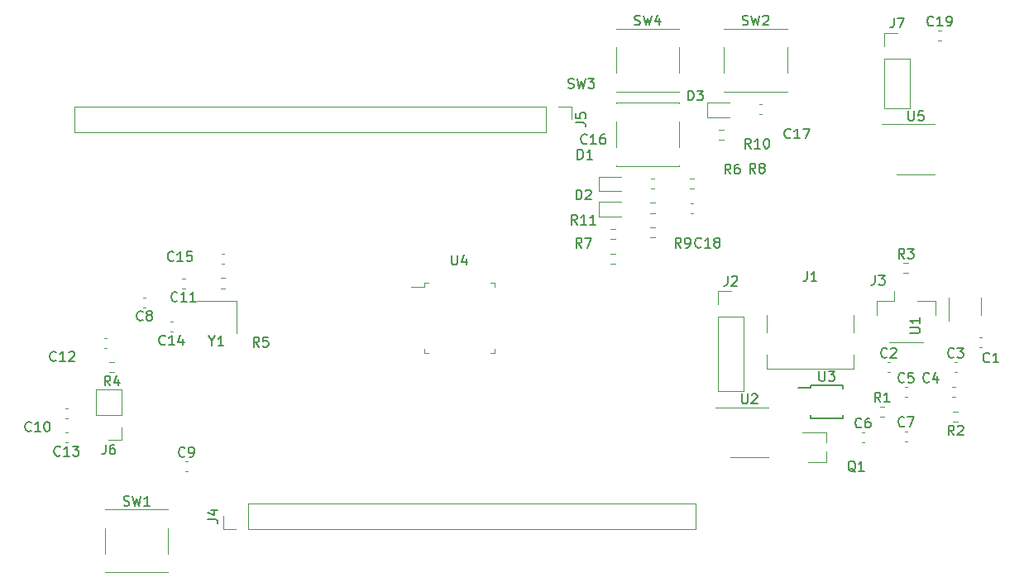
<source format=gbr>
%TF.GenerationSoftware,KiCad,Pcbnew,(6.0.7)*%
%TF.CreationDate,2022-10-09T18:35:24+08:00*%
%TF.ProjectId,DynamicX_1,44796e61-6d69-4635-985f-312e6b696361,rev?*%
%TF.SameCoordinates,Original*%
%TF.FileFunction,Legend,Top*%
%TF.FilePolarity,Positive*%
%FSLAX46Y46*%
G04 Gerber Fmt 4.6, Leading zero omitted, Abs format (unit mm)*
G04 Created by KiCad (PCBNEW (6.0.7)) date 2022-10-09 18:35:24*
%MOMM*%
%LPD*%
G01*
G04 APERTURE LIST*
%ADD10C,0.150000*%
%ADD11C,0.120000*%
G04 APERTURE END LIST*
D10*
%TO.C,SW3*%
X127983026Y-52658952D02*
X128125883Y-52706571D01*
X128363979Y-52706571D01*
X128459217Y-52658952D01*
X128506836Y-52611333D01*
X128554455Y-52516095D01*
X128554455Y-52420857D01*
X128506836Y-52325619D01*
X128459217Y-52278000D01*
X128363979Y-52230381D01*
X128173502Y-52182762D01*
X128078264Y-52135143D01*
X128030645Y-52087524D01*
X127983026Y-51992286D01*
X127983026Y-51897048D01*
X128030645Y-51801810D01*
X128078264Y-51754191D01*
X128173502Y-51706571D01*
X128411598Y-51706571D01*
X128554455Y-51754191D01*
X128887788Y-51706571D02*
X129125883Y-52706571D01*
X129316360Y-51992286D01*
X129506836Y-52706571D01*
X129744931Y-51706571D01*
X130030645Y-51706571D02*
X130649693Y-51706571D01*
X130316360Y-52087524D01*
X130459217Y-52087524D01*
X130554455Y-52135143D01*
X130602074Y-52182762D01*
X130649693Y-52278000D01*
X130649693Y-52516095D01*
X130602074Y-52611333D01*
X130554455Y-52658952D01*
X130459217Y-52706571D01*
X130173502Y-52706571D01*
X130078264Y-52658952D01*
X130030645Y-52611333D01*
%TO.C,R11*%
X128897142Y-66662380D02*
X128563809Y-66186190D01*
X128325714Y-66662380D02*
X128325714Y-65662380D01*
X128706666Y-65662380D01*
X128801904Y-65710000D01*
X128849523Y-65757619D01*
X128897142Y-65852857D01*
X128897142Y-65995714D01*
X128849523Y-66090952D01*
X128801904Y-66138571D01*
X128706666Y-66186190D01*
X128325714Y-66186190D01*
X129849523Y-66662380D02*
X129278095Y-66662380D01*
X129563809Y-66662380D02*
X129563809Y-65662380D01*
X129468571Y-65805238D01*
X129373333Y-65900476D01*
X129278095Y-65948095D01*
X130801904Y-66662380D02*
X130230476Y-66662380D01*
X130516190Y-66662380D02*
X130516190Y-65662380D01*
X130420952Y-65805238D01*
X130325714Y-65900476D01*
X130230476Y-65948095D01*
%TO.C,R3*%
X162393333Y-70142380D02*
X162060000Y-69666190D01*
X161821904Y-70142380D02*
X161821904Y-69142380D01*
X162202857Y-69142380D01*
X162298095Y-69190000D01*
X162345714Y-69237619D01*
X162393333Y-69332857D01*
X162393333Y-69475714D01*
X162345714Y-69570952D01*
X162298095Y-69618571D01*
X162202857Y-69666190D01*
X161821904Y-69666190D01*
X162726666Y-69142380D02*
X163345714Y-69142380D01*
X163012380Y-69523333D01*
X163155238Y-69523333D01*
X163250476Y-69570952D01*
X163298095Y-69618571D01*
X163345714Y-69713809D01*
X163345714Y-69951904D01*
X163298095Y-70047142D01*
X163250476Y-70094761D01*
X163155238Y-70142380D01*
X162869523Y-70142380D01*
X162774285Y-70094761D01*
X162726666Y-70047142D01*
%TO.C,C17*%
X150749836Y-57751316D02*
X150702217Y-57798935D01*
X150559360Y-57846554D01*
X150464122Y-57846554D01*
X150321265Y-57798935D01*
X150226027Y-57703697D01*
X150178408Y-57608459D01*
X150130789Y-57417983D01*
X150130789Y-57275126D01*
X150178408Y-57084650D01*
X150226027Y-56989412D01*
X150321265Y-56894174D01*
X150464122Y-56846554D01*
X150559360Y-56846554D01*
X150702217Y-56894174D01*
X150749836Y-56941793D01*
X151702217Y-57846554D02*
X151130789Y-57846554D01*
X151416503Y-57846554D02*
X151416503Y-56846554D01*
X151321265Y-56989412D01*
X151226027Y-57084650D01*
X151130789Y-57132269D01*
X152035551Y-56846554D02*
X152702217Y-56846554D01*
X152273646Y-57846554D01*
%TO.C,D3*%
X140254608Y-53942380D02*
X140254608Y-52942380D01*
X140492704Y-52942380D01*
X140635561Y-52990000D01*
X140730799Y-53085238D01*
X140778418Y-53180476D01*
X140826037Y-53370952D01*
X140826037Y-53513809D01*
X140778418Y-53704285D01*
X140730799Y-53799523D01*
X140635561Y-53894761D01*
X140492704Y-53942380D01*
X140254608Y-53942380D01*
X141159370Y-52942380D02*
X141778418Y-52942380D01*
X141445084Y-53323333D01*
X141587942Y-53323333D01*
X141683180Y-53370952D01*
X141730799Y-53418571D01*
X141778418Y-53513809D01*
X141778418Y-53751904D01*
X141730799Y-53847142D01*
X141683180Y-53894761D01*
X141587942Y-53942380D01*
X141302227Y-53942380D01*
X141206989Y-53894761D01*
X141159370Y-53847142D01*
%TO.C,Y1*%
X91533809Y-78586190D02*
X91533809Y-79062380D01*
X91200476Y-78062380D02*
X91533809Y-78586190D01*
X91867142Y-78062380D01*
X92724285Y-79062380D02*
X92152857Y-79062380D01*
X92438571Y-79062380D02*
X92438571Y-78062380D01*
X92343333Y-78205238D01*
X92248095Y-78300476D01*
X92152857Y-78348095D01*
%TO.C,J4*%
X91112380Y-96853333D02*
X91826666Y-96853333D01*
X91969523Y-96900952D01*
X92064761Y-96996190D01*
X92112380Y-97139047D01*
X92112380Y-97234285D01*
X91445714Y-95948571D02*
X92112380Y-95948571D01*
X91064761Y-96186666D02*
X91779047Y-96424761D01*
X91779047Y-95805714D01*
%TO.C,C16*%
X129907768Y-58310280D02*
X129860149Y-58357899D01*
X129717292Y-58405518D01*
X129622054Y-58405518D01*
X129479197Y-58357899D01*
X129383959Y-58262661D01*
X129336340Y-58167423D01*
X129288721Y-57976947D01*
X129288721Y-57834090D01*
X129336340Y-57643614D01*
X129383959Y-57548376D01*
X129479197Y-57453138D01*
X129622054Y-57405518D01*
X129717292Y-57405518D01*
X129860149Y-57453138D01*
X129907768Y-57500757D01*
X130860149Y-58405518D02*
X130288721Y-58405518D01*
X130574435Y-58405518D02*
X130574435Y-57405518D01*
X130479197Y-57548376D01*
X130383959Y-57643614D01*
X130288721Y-57691233D01*
X131717292Y-57405518D02*
X131526816Y-57405518D01*
X131431578Y-57453138D01*
X131383959Y-57500757D01*
X131288721Y-57643614D01*
X131241102Y-57834090D01*
X131241102Y-58215042D01*
X131288721Y-58310280D01*
X131336340Y-58357899D01*
X131431578Y-58405518D01*
X131622054Y-58405518D01*
X131717292Y-58357899D01*
X131764911Y-58310280D01*
X131812530Y-58215042D01*
X131812530Y-57976947D01*
X131764911Y-57881709D01*
X131717292Y-57834090D01*
X131622054Y-57786471D01*
X131431578Y-57786471D01*
X131336340Y-57834090D01*
X131288721Y-57881709D01*
X131241102Y-57976947D01*
%TO.C,U3*%
X153678095Y-81682380D02*
X153678095Y-82491904D01*
X153725714Y-82587142D01*
X153773333Y-82634761D01*
X153868571Y-82682380D01*
X154059047Y-82682380D01*
X154154285Y-82634761D01*
X154201904Y-82587142D01*
X154249523Y-82491904D01*
X154249523Y-81682380D01*
X154630476Y-81682380D02*
X155249523Y-81682380D01*
X154916190Y-82063333D01*
X155059047Y-82063333D01*
X155154285Y-82110952D01*
X155201904Y-82158571D01*
X155249523Y-82253809D01*
X155249523Y-82491904D01*
X155201904Y-82587142D01*
X155154285Y-82634761D01*
X155059047Y-82682380D01*
X154773333Y-82682380D01*
X154678095Y-82634761D01*
X154630476Y-82587142D01*
%TO.C,J7*%
X161336666Y-45492380D02*
X161336666Y-46206666D01*
X161289047Y-46349523D01*
X161193809Y-46444761D01*
X161050952Y-46492380D01*
X160955714Y-46492380D01*
X161717619Y-45492380D02*
X162384285Y-45492380D01*
X161955714Y-46492380D01*
%TO.C,J5*%
X128782380Y-56213333D02*
X129496666Y-56213333D01*
X129639523Y-56260952D01*
X129734761Y-56356190D01*
X129782380Y-56499047D01*
X129782380Y-56594285D01*
X128782380Y-55260952D02*
X128782380Y-55737142D01*
X129258571Y-55784761D01*
X129210952Y-55737142D01*
X129163333Y-55641904D01*
X129163333Y-55403809D01*
X129210952Y-55308571D01*
X129258571Y-55260952D01*
X129353809Y-55213333D01*
X129591904Y-55213333D01*
X129687142Y-55260952D01*
X129734761Y-55308571D01*
X129782380Y-55403809D01*
X129782380Y-55641904D01*
X129734761Y-55737142D01*
X129687142Y-55784761D01*
%TO.C,C2*%
X160628333Y-80207142D02*
X160580714Y-80254761D01*
X160437857Y-80302380D01*
X160342619Y-80302380D01*
X160199761Y-80254761D01*
X160104523Y-80159523D01*
X160056904Y-80064285D01*
X160009285Y-79873809D01*
X160009285Y-79730952D01*
X160056904Y-79540476D01*
X160104523Y-79445238D01*
X160199761Y-79350000D01*
X160342619Y-79302380D01*
X160437857Y-79302380D01*
X160580714Y-79350000D01*
X160628333Y-79397619D01*
X161009285Y-79397619D02*
X161056904Y-79350000D01*
X161152142Y-79302380D01*
X161390238Y-79302380D01*
X161485476Y-79350000D01*
X161533095Y-79397619D01*
X161580714Y-79492857D01*
X161580714Y-79588095D01*
X161533095Y-79730952D01*
X160961666Y-80302380D01*
X161580714Y-80302380D01*
%TO.C,Q1*%
X157384761Y-91987619D02*
X157289523Y-91940000D01*
X157194285Y-91844761D01*
X157051428Y-91701904D01*
X156956190Y-91654285D01*
X156860952Y-91654285D01*
X156908571Y-91892380D02*
X156813333Y-91844761D01*
X156718095Y-91749523D01*
X156670476Y-91559047D01*
X156670476Y-91225714D01*
X156718095Y-91035238D01*
X156813333Y-90940000D01*
X156908571Y-90892380D01*
X157099047Y-90892380D01*
X157194285Y-90940000D01*
X157289523Y-91035238D01*
X157337142Y-91225714D01*
X157337142Y-91559047D01*
X157289523Y-91749523D01*
X157194285Y-91844761D01*
X157099047Y-91892380D01*
X156908571Y-91892380D01*
X158289523Y-91892380D02*
X157718095Y-91892380D01*
X158003809Y-91892380D02*
X158003809Y-90892380D01*
X157908571Y-91035238D01*
X157813333Y-91130476D01*
X157718095Y-91178095D01*
%TO.C,C7*%
X162393333Y-87267142D02*
X162345714Y-87314761D01*
X162202857Y-87362380D01*
X162107619Y-87362380D01*
X161964761Y-87314761D01*
X161869523Y-87219523D01*
X161821904Y-87124285D01*
X161774285Y-86933809D01*
X161774285Y-86790952D01*
X161821904Y-86600476D01*
X161869523Y-86505238D01*
X161964761Y-86410000D01*
X162107619Y-86362380D01*
X162202857Y-86362380D01*
X162345714Y-86410000D01*
X162393333Y-86457619D01*
X162726666Y-86362380D02*
X163393333Y-86362380D01*
X162964761Y-87362380D01*
%TO.C,C18*%
X141597142Y-68937142D02*
X141549523Y-68984761D01*
X141406666Y-69032380D01*
X141311428Y-69032380D01*
X141168571Y-68984761D01*
X141073333Y-68889523D01*
X141025714Y-68794285D01*
X140978095Y-68603809D01*
X140978095Y-68460952D01*
X141025714Y-68270476D01*
X141073333Y-68175238D01*
X141168571Y-68080000D01*
X141311428Y-68032380D01*
X141406666Y-68032380D01*
X141549523Y-68080000D01*
X141597142Y-68127619D01*
X142549523Y-69032380D02*
X141978095Y-69032380D01*
X142263809Y-69032380D02*
X142263809Y-68032380D01*
X142168571Y-68175238D01*
X142073333Y-68270476D01*
X141978095Y-68318095D01*
X143120952Y-68460952D02*
X143025714Y-68413333D01*
X142978095Y-68365714D01*
X142930476Y-68270476D01*
X142930476Y-68222857D01*
X142978095Y-68127619D01*
X143025714Y-68080000D01*
X143120952Y-68032380D01*
X143311428Y-68032380D01*
X143406666Y-68080000D01*
X143454285Y-68127619D01*
X143501904Y-68222857D01*
X143501904Y-68270476D01*
X143454285Y-68365714D01*
X143406666Y-68413333D01*
X143311428Y-68460952D01*
X143120952Y-68460952D01*
X143025714Y-68508571D01*
X142978095Y-68556190D01*
X142930476Y-68651428D01*
X142930476Y-68841904D01*
X142978095Y-68937142D01*
X143025714Y-68984761D01*
X143120952Y-69032380D01*
X143311428Y-69032380D01*
X143406666Y-68984761D01*
X143454285Y-68937142D01*
X143501904Y-68841904D01*
X143501904Y-68651428D01*
X143454285Y-68556190D01*
X143406666Y-68508571D01*
X143311428Y-68460952D01*
%TO.C,R10*%
X146677142Y-58872380D02*
X146343809Y-58396190D01*
X146105714Y-58872380D02*
X146105714Y-57872380D01*
X146486666Y-57872380D01*
X146581904Y-57920000D01*
X146629523Y-57967619D01*
X146677142Y-58062857D01*
X146677142Y-58205714D01*
X146629523Y-58300952D01*
X146581904Y-58348571D01*
X146486666Y-58396190D01*
X146105714Y-58396190D01*
X147629523Y-58872380D02*
X147058095Y-58872380D01*
X147343809Y-58872380D02*
X147343809Y-57872380D01*
X147248571Y-58015238D01*
X147153333Y-58110476D01*
X147058095Y-58158095D01*
X148248571Y-57872380D02*
X148343809Y-57872380D01*
X148439047Y-57920000D01*
X148486666Y-57967619D01*
X148534285Y-58062857D01*
X148581904Y-58253333D01*
X148581904Y-58491428D01*
X148534285Y-58681904D01*
X148486666Y-58777142D01*
X148439047Y-58824761D01*
X148343809Y-58872380D01*
X148248571Y-58872380D01*
X148153333Y-58824761D01*
X148105714Y-58777142D01*
X148058095Y-58681904D01*
X148010476Y-58491428D01*
X148010476Y-58253333D01*
X148058095Y-58062857D01*
X148105714Y-57967619D01*
X148153333Y-57920000D01*
X148248571Y-57872380D01*
%TO.C,R4*%
X81113333Y-83162380D02*
X80780000Y-82686190D01*
X80541904Y-83162380D02*
X80541904Y-82162380D01*
X80922857Y-82162380D01*
X81018095Y-82210000D01*
X81065714Y-82257619D01*
X81113333Y-82352857D01*
X81113333Y-82495714D01*
X81065714Y-82590952D01*
X81018095Y-82638571D01*
X80922857Y-82686190D01*
X80541904Y-82686190D01*
X81970476Y-82495714D02*
X81970476Y-83162380D01*
X81732380Y-82114761D02*
X81494285Y-82829047D01*
X82113333Y-82829047D01*
%TO.C,C10*%
X73017142Y-87757142D02*
X72969523Y-87804761D01*
X72826666Y-87852380D01*
X72731428Y-87852380D01*
X72588571Y-87804761D01*
X72493333Y-87709523D01*
X72445714Y-87614285D01*
X72398095Y-87423809D01*
X72398095Y-87280952D01*
X72445714Y-87090476D01*
X72493333Y-86995238D01*
X72588571Y-86900000D01*
X72731428Y-86852380D01*
X72826666Y-86852380D01*
X72969523Y-86900000D01*
X73017142Y-86947619D01*
X73969523Y-87852380D02*
X73398095Y-87852380D01*
X73683809Y-87852380D02*
X73683809Y-86852380D01*
X73588571Y-86995238D01*
X73493333Y-87090476D01*
X73398095Y-87138095D01*
X74588571Y-86852380D02*
X74683809Y-86852380D01*
X74779047Y-86900000D01*
X74826666Y-86947619D01*
X74874285Y-87042857D01*
X74921904Y-87233333D01*
X74921904Y-87471428D01*
X74874285Y-87661904D01*
X74826666Y-87757142D01*
X74779047Y-87804761D01*
X74683809Y-87852380D01*
X74588571Y-87852380D01*
X74493333Y-87804761D01*
X74445714Y-87757142D01*
X74398095Y-87661904D01*
X74350476Y-87471428D01*
X74350476Y-87233333D01*
X74398095Y-87042857D01*
X74445714Y-86947619D01*
X74493333Y-86900000D01*
X74588571Y-86852380D01*
%TO.C,C14*%
X86737142Y-78917142D02*
X86689523Y-78964761D01*
X86546666Y-79012380D01*
X86451428Y-79012380D01*
X86308571Y-78964761D01*
X86213333Y-78869523D01*
X86165714Y-78774285D01*
X86118095Y-78583809D01*
X86118095Y-78440952D01*
X86165714Y-78250476D01*
X86213333Y-78155238D01*
X86308571Y-78060000D01*
X86451428Y-78012380D01*
X86546666Y-78012380D01*
X86689523Y-78060000D01*
X86737142Y-78107619D01*
X87689523Y-79012380D02*
X87118095Y-79012380D01*
X87403809Y-79012380D02*
X87403809Y-78012380D01*
X87308571Y-78155238D01*
X87213333Y-78250476D01*
X87118095Y-78298095D01*
X88546666Y-78345714D02*
X88546666Y-79012380D01*
X88308571Y-77964761D02*
X88070476Y-78679047D01*
X88689523Y-78679047D01*
%TO.C,C8*%
X84443333Y-76407142D02*
X84395714Y-76454761D01*
X84252857Y-76502380D01*
X84157619Y-76502380D01*
X84014761Y-76454761D01*
X83919523Y-76359523D01*
X83871904Y-76264285D01*
X83824285Y-76073809D01*
X83824285Y-75930952D01*
X83871904Y-75740476D01*
X83919523Y-75645238D01*
X84014761Y-75550000D01*
X84157619Y-75502380D01*
X84252857Y-75502380D01*
X84395714Y-75550000D01*
X84443333Y-75597619D01*
X85014761Y-75930952D02*
X84919523Y-75883333D01*
X84871904Y-75835714D01*
X84824285Y-75740476D01*
X84824285Y-75692857D01*
X84871904Y-75597619D01*
X84919523Y-75550000D01*
X85014761Y-75502380D01*
X85205238Y-75502380D01*
X85300476Y-75550000D01*
X85348095Y-75597619D01*
X85395714Y-75692857D01*
X85395714Y-75740476D01*
X85348095Y-75835714D01*
X85300476Y-75883333D01*
X85205238Y-75930952D01*
X85014761Y-75930952D01*
X84919523Y-75978571D01*
X84871904Y-76026190D01*
X84824285Y-76121428D01*
X84824285Y-76311904D01*
X84871904Y-76407142D01*
X84919523Y-76454761D01*
X85014761Y-76502380D01*
X85205238Y-76502380D01*
X85300476Y-76454761D01*
X85348095Y-76407142D01*
X85395714Y-76311904D01*
X85395714Y-76121428D01*
X85348095Y-76026190D01*
X85300476Y-75978571D01*
X85205238Y-75930952D01*
%TO.C,R6*%
X144613333Y-61482380D02*
X144280000Y-61006190D01*
X144041904Y-61482380D02*
X144041904Y-60482380D01*
X144422857Y-60482380D01*
X144518095Y-60530000D01*
X144565714Y-60577619D01*
X144613333Y-60672857D01*
X144613333Y-60815714D01*
X144565714Y-60910952D01*
X144518095Y-60958571D01*
X144422857Y-61006190D01*
X144041904Y-61006190D01*
X145470476Y-60482380D02*
X145280000Y-60482380D01*
X145184761Y-60530000D01*
X145137142Y-60577619D01*
X145041904Y-60720476D01*
X144994285Y-60910952D01*
X144994285Y-61291904D01*
X145041904Y-61387142D01*
X145089523Y-61434761D01*
X145184761Y-61482380D01*
X145375238Y-61482380D01*
X145470476Y-61434761D01*
X145518095Y-61387142D01*
X145565714Y-61291904D01*
X145565714Y-61053809D01*
X145518095Y-60958571D01*
X145470476Y-60910952D01*
X145375238Y-60863333D01*
X145184761Y-60863333D01*
X145089523Y-60910952D01*
X145041904Y-60958571D01*
X144994285Y-61053809D01*
%TO.C,U1*%
X163002670Y-77763296D02*
X163812194Y-77763296D01*
X163907432Y-77715677D01*
X163955051Y-77668058D01*
X164002670Y-77572820D01*
X164002670Y-77382344D01*
X163955051Y-77287106D01*
X163907432Y-77239487D01*
X163812194Y-77191868D01*
X163002670Y-77191868D01*
X164002670Y-76191868D02*
X164002670Y-76763296D01*
X164002670Y-76477582D02*
X163002670Y-76477582D01*
X163145528Y-76572820D01*
X163240766Y-76668058D01*
X163288385Y-76763296D01*
%TO.C,C15*%
X87592204Y-70329783D02*
X87544585Y-70377402D01*
X87401728Y-70425021D01*
X87306490Y-70425021D01*
X87163633Y-70377402D01*
X87068395Y-70282164D01*
X87020776Y-70186926D01*
X86973157Y-69996450D01*
X86973157Y-69853593D01*
X87020776Y-69663117D01*
X87068395Y-69567879D01*
X87163633Y-69472641D01*
X87306490Y-69425021D01*
X87401728Y-69425021D01*
X87544585Y-69472641D01*
X87592204Y-69520260D01*
X88544585Y-70425021D02*
X87973157Y-70425021D01*
X88258871Y-70425021D02*
X88258871Y-69425021D01*
X88163633Y-69567879D01*
X88068395Y-69663117D01*
X87973157Y-69710736D01*
X89449347Y-69425021D02*
X88973157Y-69425021D01*
X88925538Y-69901212D01*
X88973157Y-69853593D01*
X89068395Y-69805974D01*
X89306490Y-69805974D01*
X89401728Y-69853593D01*
X89449347Y-69901212D01*
X89496966Y-69996450D01*
X89496966Y-70234545D01*
X89449347Y-70329783D01*
X89401728Y-70377402D01*
X89306490Y-70425021D01*
X89068395Y-70425021D01*
X88973157Y-70377402D01*
X88925538Y-70329783D01*
%TO.C,R7*%
X129373333Y-69032380D02*
X129040000Y-68556190D01*
X128801904Y-69032380D02*
X128801904Y-68032380D01*
X129182857Y-68032380D01*
X129278095Y-68080000D01*
X129325714Y-68127619D01*
X129373333Y-68222857D01*
X129373333Y-68365714D01*
X129325714Y-68460952D01*
X129278095Y-68508571D01*
X129182857Y-68556190D01*
X128801904Y-68556190D01*
X129706666Y-68032380D02*
X130373333Y-68032380D01*
X129944761Y-69032380D01*
%TO.C,C4*%
X164933333Y-82737142D02*
X164885714Y-82784761D01*
X164742857Y-82832380D01*
X164647619Y-82832380D01*
X164504761Y-82784761D01*
X164409523Y-82689523D01*
X164361904Y-82594285D01*
X164314285Y-82403809D01*
X164314285Y-82260952D01*
X164361904Y-82070476D01*
X164409523Y-81975238D01*
X164504761Y-81880000D01*
X164647619Y-81832380D01*
X164742857Y-81832380D01*
X164885714Y-81880000D01*
X164933333Y-81927619D01*
X165790476Y-82165714D02*
X165790476Y-82832380D01*
X165552380Y-81784761D02*
X165314285Y-82499047D01*
X165933333Y-82499047D01*
%TO.C,SW2*%
X145826666Y-46189761D02*
X145969523Y-46237380D01*
X146207619Y-46237380D01*
X146302857Y-46189761D01*
X146350476Y-46142142D01*
X146398095Y-46046904D01*
X146398095Y-45951666D01*
X146350476Y-45856428D01*
X146302857Y-45808809D01*
X146207619Y-45761190D01*
X146017142Y-45713571D01*
X145921904Y-45665952D01*
X145874285Y-45618333D01*
X145826666Y-45523095D01*
X145826666Y-45427857D01*
X145874285Y-45332619D01*
X145921904Y-45285000D01*
X146017142Y-45237380D01*
X146255238Y-45237380D01*
X146398095Y-45285000D01*
X146731428Y-45237380D02*
X146969523Y-46237380D01*
X147160000Y-45523095D01*
X147350476Y-46237380D01*
X147588571Y-45237380D01*
X147921904Y-45332619D02*
X147969523Y-45285000D01*
X148064761Y-45237380D01*
X148302857Y-45237380D01*
X148398095Y-45285000D01*
X148445714Y-45332619D01*
X148493333Y-45427857D01*
X148493333Y-45523095D01*
X148445714Y-45665952D01*
X147874285Y-46237380D01*
X148493333Y-46237380D01*
%TO.C,U5*%
X162808095Y-55022380D02*
X162808095Y-55831904D01*
X162855714Y-55927142D01*
X162903333Y-55974761D01*
X162998571Y-56022380D01*
X163189047Y-56022380D01*
X163284285Y-55974761D01*
X163331904Y-55927142D01*
X163379523Y-55831904D01*
X163379523Y-55022380D01*
X164331904Y-55022380D02*
X163855714Y-55022380D01*
X163808095Y-55498571D01*
X163855714Y-55450952D01*
X163950952Y-55403333D01*
X164189047Y-55403333D01*
X164284285Y-55450952D01*
X164331904Y-55498571D01*
X164379523Y-55593809D01*
X164379523Y-55831904D01*
X164331904Y-55927142D01*
X164284285Y-55974761D01*
X164189047Y-56022380D01*
X163950952Y-56022380D01*
X163855714Y-55974761D01*
X163808095Y-55927142D01*
%TO.C,R2*%
X167473333Y-88242380D02*
X167140000Y-87766190D01*
X166901904Y-88242380D02*
X166901904Y-87242380D01*
X167282857Y-87242380D01*
X167378095Y-87290000D01*
X167425714Y-87337619D01*
X167473333Y-87432857D01*
X167473333Y-87575714D01*
X167425714Y-87670952D01*
X167378095Y-87718571D01*
X167282857Y-87766190D01*
X166901904Y-87766190D01*
X167854285Y-87337619D02*
X167901904Y-87290000D01*
X167997142Y-87242380D01*
X168235238Y-87242380D01*
X168330476Y-87290000D01*
X168378095Y-87337619D01*
X168425714Y-87432857D01*
X168425714Y-87528095D01*
X168378095Y-87670952D01*
X167806666Y-88242380D01*
X168425714Y-88242380D01*
%TO.C,C1*%
X171108042Y-80693692D02*
X171060423Y-80741311D01*
X170917566Y-80788930D01*
X170822328Y-80788930D01*
X170679470Y-80741311D01*
X170584232Y-80646073D01*
X170536613Y-80550835D01*
X170488994Y-80360359D01*
X170488994Y-80217502D01*
X170536613Y-80027026D01*
X170584232Y-79931788D01*
X170679470Y-79836550D01*
X170822328Y-79788930D01*
X170917566Y-79788930D01*
X171060423Y-79836550D01*
X171108042Y-79884169D01*
X172060423Y-80788930D02*
X171488994Y-80788930D01*
X171774709Y-80788930D02*
X171774709Y-79788930D01*
X171679470Y-79931788D01*
X171584232Y-80027026D01*
X171488994Y-80074645D01*
%TO.C,C9*%
X88733333Y-90367142D02*
X88685714Y-90414761D01*
X88542857Y-90462380D01*
X88447619Y-90462380D01*
X88304761Y-90414761D01*
X88209523Y-90319523D01*
X88161904Y-90224285D01*
X88114285Y-90033809D01*
X88114285Y-89890952D01*
X88161904Y-89700476D01*
X88209523Y-89605238D01*
X88304761Y-89510000D01*
X88447619Y-89462380D01*
X88542857Y-89462380D01*
X88685714Y-89510000D01*
X88733333Y-89557619D01*
X89209523Y-90462380D02*
X89400000Y-90462380D01*
X89495238Y-90414761D01*
X89542857Y-90367142D01*
X89638095Y-90224285D01*
X89685714Y-90033809D01*
X89685714Y-89652857D01*
X89638095Y-89557619D01*
X89590476Y-89510000D01*
X89495238Y-89462380D01*
X89304761Y-89462380D01*
X89209523Y-89510000D01*
X89161904Y-89557619D01*
X89114285Y-89652857D01*
X89114285Y-89890952D01*
X89161904Y-89986190D01*
X89209523Y-90033809D01*
X89304761Y-90081428D01*
X89495238Y-90081428D01*
X89590476Y-90033809D01*
X89638095Y-89986190D01*
X89685714Y-89890952D01*
%TO.C,SW1*%
X82486666Y-95414761D02*
X82629523Y-95462380D01*
X82867619Y-95462380D01*
X82962857Y-95414761D01*
X83010476Y-95367142D01*
X83058095Y-95271904D01*
X83058095Y-95176666D01*
X83010476Y-95081428D01*
X82962857Y-95033809D01*
X82867619Y-94986190D01*
X82677142Y-94938571D01*
X82581904Y-94890952D01*
X82534285Y-94843333D01*
X82486666Y-94748095D01*
X82486666Y-94652857D01*
X82534285Y-94557619D01*
X82581904Y-94510000D01*
X82677142Y-94462380D01*
X82915238Y-94462380D01*
X83058095Y-94510000D01*
X83391428Y-94462380D02*
X83629523Y-95462380D01*
X83820000Y-94748095D01*
X84010476Y-95462380D01*
X84248571Y-94462380D01*
X85153333Y-95462380D02*
X84581904Y-95462380D01*
X84867619Y-95462380D02*
X84867619Y-94462380D01*
X84772380Y-94605238D01*
X84677142Y-94700476D01*
X84581904Y-94748095D01*
%TO.C,SW4*%
X134776666Y-46189761D02*
X134919523Y-46237380D01*
X135157619Y-46237380D01*
X135252857Y-46189761D01*
X135300476Y-46142142D01*
X135348095Y-46046904D01*
X135348095Y-45951666D01*
X135300476Y-45856428D01*
X135252857Y-45808809D01*
X135157619Y-45761190D01*
X134967142Y-45713571D01*
X134871904Y-45665952D01*
X134824285Y-45618333D01*
X134776666Y-45523095D01*
X134776666Y-45427857D01*
X134824285Y-45332619D01*
X134871904Y-45285000D01*
X134967142Y-45237380D01*
X135205238Y-45237380D01*
X135348095Y-45285000D01*
X135681428Y-45237380D02*
X135919523Y-46237380D01*
X136110000Y-45523095D01*
X136300476Y-46237380D01*
X136538571Y-45237380D01*
X137348095Y-45570714D02*
X137348095Y-46237380D01*
X137110000Y-45189761D02*
X136871904Y-45904047D01*
X137490952Y-45904047D01*
%TO.C,C5*%
X162393333Y-82747142D02*
X162345714Y-82794761D01*
X162202857Y-82842380D01*
X162107619Y-82842380D01*
X161964761Y-82794761D01*
X161869523Y-82699523D01*
X161821904Y-82604285D01*
X161774285Y-82413809D01*
X161774285Y-82270952D01*
X161821904Y-82080476D01*
X161869523Y-81985238D01*
X161964761Y-81890000D01*
X162107619Y-81842380D01*
X162202857Y-81842380D01*
X162345714Y-81890000D01*
X162393333Y-81937619D01*
X163298095Y-81842380D02*
X162821904Y-81842380D01*
X162774285Y-82318571D01*
X162821904Y-82270952D01*
X162917142Y-82223333D01*
X163155238Y-82223333D01*
X163250476Y-82270952D01*
X163298095Y-82318571D01*
X163345714Y-82413809D01*
X163345714Y-82651904D01*
X163298095Y-82747142D01*
X163250476Y-82794761D01*
X163155238Y-82842380D01*
X162917142Y-82842380D01*
X162821904Y-82794761D01*
X162774285Y-82747142D01*
%TO.C,J3*%
X159393299Y-71848972D02*
X159393299Y-72563258D01*
X159345680Y-72706115D01*
X159250442Y-72801353D01*
X159107585Y-72848972D01*
X159012347Y-72848972D01*
X159774252Y-71848972D02*
X160393299Y-71848972D01*
X160059966Y-72229925D01*
X160202823Y-72229925D01*
X160298061Y-72277544D01*
X160345680Y-72325163D01*
X160393299Y-72420401D01*
X160393299Y-72658496D01*
X160345680Y-72753734D01*
X160298061Y-72801353D01*
X160202823Y-72848972D01*
X159917109Y-72848972D01*
X159821871Y-72801353D01*
X159774252Y-72753734D01*
%TO.C,R1*%
X159953333Y-84852380D02*
X159620000Y-84376190D01*
X159381904Y-84852380D02*
X159381904Y-83852380D01*
X159762857Y-83852380D01*
X159858095Y-83900000D01*
X159905714Y-83947619D01*
X159953333Y-84042857D01*
X159953333Y-84185714D01*
X159905714Y-84280952D01*
X159858095Y-84328571D01*
X159762857Y-84376190D01*
X159381904Y-84376190D01*
X160905714Y-84852380D02*
X160334285Y-84852380D01*
X160620000Y-84852380D02*
X160620000Y-83852380D01*
X160524761Y-83995238D01*
X160429523Y-84090476D01*
X160334285Y-84138095D01*
%TO.C,U2*%
X145778095Y-84002380D02*
X145778095Y-84811904D01*
X145825714Y-84907142D01*
X145873333Y-84954761D01*
X145968571Y-85002380D01*
X146159047Y-85002380D01*
X146254285Y-84954761D01*
X146301904Y-84907142D01*
X146349523Y-84811904D01*
X146349523Y-84002380D01*
X146778095Y-84097619D02*
X146825714Y-84050000D01*
X146920952Y-84002380D01*
X147159047Y-84002380D01*
X147254285Y-84050000D01*
X147301904Y-84097619D01*
X147349523Y-84192857D01*
X147349523Y-84288095D01*
X147301904Y-84430952D01*
X146730476Y-85002380D01*
X147349523Y-85002380D01*
%TO.C,C6*%
X157993333Y-87387142D02*
X157945714Y-87434761D01*
X157802857Y-87482380D01*
X157707619Y-87482380D01*
X157564761Y-87434761D01*
X157469523Y-87339523D01*
X157421904Y-87244285D01*
X157374285Y-87053809D01*
X157374285Y-86910952D01*
X157421904Y-86720476D01*
X157469523Y-86625238D01*
X157564761Y-86530000D01*
X157707619Y-86482380D01*
X157802857Y-86482380D01*
X157945714Y-86530000D01*
X157993333Y-86577619D01*
X158850476Y-86482380D02*
X158660000Y-86482380D01*
X158564761Y-86530000D01*
X158517142Y-86577619D01*
X158421904Y-86720476D01*
X158374285Y-86910952D01*
X158374285Y-87291904D01*
X158421904Y-87387142D01*
X158469523Y-87434761D01*
X158564761Y-87482380D01*
X158755238Y-87482380D01*
X158850476Y-87434761D01*
X158898095Y-87387142D01*
X158945714Y-87291904D01*
X158945714Y-87053809D01*
X158898095Y-86958571D01*
X158850476Y-86910952D01*
X158755238Y-86863333D01*
X158564761Y-86863333D01*
X158469523Y-86910952D01*
X158421904Y-86958571D01*
X158374285Y-87053809D01*
%TO.C,U4*%
X116078095Y-69802380D02*
X116078095Y-70611904D01*
X116125714Y-70707142D01*
X116173333Y-70754761D01*
X116268571Y-70802380D01*
X116459047Y-70802380D01*
X116554285Y-70754761D01*
X116601904Y-70707142D01*
X116649523Y-70611904D01*
X116649523Y-69802380D01*
X117554285Y-70135714D02*
X117554285Y-70802380D01*
X117316190Y-69754761D02*
X117078095Y-70469047D01*
X117697142Y-70469047D01*
%TO.C,C13*%
X75987142Y-90267142D02*
X75939523Y-90314761D01*
X75796666Y-90362380D01*
X75701428Y-90362380D01*
X75558571Y-90314761D01*
X75463333Y-90219523D01*
X75415714Y-90124285D01*
X75368095Y-89933809D01*
X75368095Y-89790952D01*
X75415714Y-89600476D01*
X75463333Y-89505238D01*
X75558571Y-89410000D01*
X75701428Y-89362380D01*
X75796666Y-89362380D01*
X75939523Y-89410000D01*
X75987142Y-89457619D01*
X76939523Y-90362380D02*
X76368095Y-90362380D01*
X76653809Y-90362380D02*
X76653809Y-89362380D01*
X76558571Y-89505238D01*
X76463333Y-89600476D01*
X76368095Y-89648095D01*
X77272857Y-89362380D02*
X77891904Y-89362380D01*
X77558571Y-89743333D01*
X77701428Y-89743333D01*
X77796666Y-89790952D01*
X77844285Y-89838571D01*
X77891904Y-89933809D01*
X77891904Y-90171904D01*
X77844285Y-90267142D01*
X77796666Y-90314761D01*
X77701428Y-90362380D01*
X77415714Y-90362380D01*
X77320476Y-90314761D01*
X77272857Y-90267142D01*
%TO.C,C19*%
X165357142Y-46227142D02*
X165309523Y-46274761D01*
X165166666Y-46322380D01*
X165071428Y-46322380D01*
X164928571Y-46274761D01*
X164833333Y-46179523D01*
X164785714Y-46084285D01*
X164738095Y-45893809D01*
X164738095Y-45750952D01*
X164785714Y-45560476D01*
X164833333Y-45465238D01*
X164928571Y-45370000D01*
X165071428Y-45322380D01*
X165166666Y-45322380D01*
X165309523Y-45370000D01*
X165357142Y-45417619D01*
X166309523Y-46322380D02*
X165738095Y-46322380D01*
X166023809Y-46322380D02*
X166023809Y-45322380D01*
X165928571Y-45465238D01*
X165833333Y-45560476D01*
X165738095Y-45608095D01*
X166785714Y-46322380D02*
X166976190Y-46322380D01*
X167071428Y-46274761D01*
X167119047Y-46227142D01*
X167214285Y-46084285D01*
X167261904Y-45893809D01*
X167261904Y-45512857D01*
X167214285Y-45417619D01*
X167166666Y-45370000D01*
X167071428Y-45322380D01*
X166880952Y-45322380D01*
X166785714Y-45370000D01*
X166738095Y-45417619D01*
X166690476Y-45512857D01*
X166690476Y-45750952D01*
X166738095Y-45846190D01*
X166785714Y-45893809D01*
X166880952Y-45941428D01*
X167071428Y-45941428D01*
X167166666Y-45893809D01*
X167214285Y-45846190D01*
X167261904Y-45750952D01*
%TO.C,D1*%
X128961945Y-59976907D02*
X128961945Y-58976907D01*
X129200041Y-58976907D01*
X129342898Y-59024527D01*
X129438136Y-59119765D01*
X129485755Y-59215003D01*
X129533374Y-59405479D01*
X129533374Y-59548336D01*
X129485755Y-59738812D01*
X129438136Y-59834050D01*
X129342898Y-59929288D01*
X129200041Y-59976907D01*
X128961945Y-59976907D01*
X130485755Y-59976907D02*
X129914326Y-59976907D01*
X130200041Y-59976907D02*
X130200041Y-58976907D01*
X130104802Y-59119765D01*
X130009564Y-59215003D01*
X129914326Y-59262622D01*
%TO.C,R9*%
X139533333Y-69032380D02*
X139200000Y-68556190D01*
X138961904Y-69032380D02*
X138961904Y-68032380D01*
X139342857Y-68032380D01*
X139438095Y-68080000D01*
X139485714Y-68127619D01*
X139533333Y-68222857D01*
X139533333Y-68365714D01*
X139485714Y-68460952D01*
X139438095Y-68508571D01*
X139342857Y-68556190D01*
X138961904Y-68556190D01*
X140009523Y-69032380D02*
X140200000Y-69032380D01*
X140295238Y-68984761D01*
X140342857Y-68937142D01*
X140438095Y-68794285D01*
X140485714Y-68603809D01*
X140485714Y-68222857D01*
X140438095Y-68127619D01*
X140390476Y-68080000D01*
X140295238Y-68032380D01*
X140104761Y-68032380D01*
X140009523Y-68080000D01*
X139961904Y-68127619D01*
X139914285Y-68222857D01*
X139914285Y-68460952D01*
X139961904Y-68556190D01*
X140009523Y-68603809D01*
X140104761Y-68651428D01*
X140295238Y-68651428D01*
X140390476Y-68603809D01*
X140438095Y-68556190D01*
X140485714Y-68460952D01*
%TO.C,J1*%
X152426666Y-71462380D02*
X152426666Y-72176666D01*
X152379047Y-72319523D01*
X152283809Y-72414761D01*
X152140952Y-72462380D01*
X152045714Y-72462380D01*
X153426666Y-72462380D02*
X152855238Y-72462380D01*
X153140952Y-72462380D02*
X153140952Y-71462380D01*
X153045714Y-71605238D01*
X152950476Y-71700476D01*
X152855238Y-71748095D01*
%TO.C,C11*%
X87977142Y-74467142D02*
X87929523Y-74514761D01*
X87786666Y-74562380D01*
X87691428Y-74562380D01*
X87548571Y-74514761D01*
X87453333Y-74419523D01*
X87405714Y-74324285D01*
X87358095Y-74133809D01*
X87358095Y-73990952D01*
X87405714Y-73800476D01*
X87453333Y-73705238D01*
X87548571Y-73610000D01*
X87691428Y-73562380D01*
X87786666Y-73562380D01*
X87929523Y-73610000D01*
X87977142Y-73657619D01*
X88929523Y-74562380D02*
X88358095Y-74562380D01*
X88643809Y-74562380D02*
X88643809Y-73562380D01*
X88548571Y-73705238D01*
X88453333Y-73800476D01*
X88358095Y-73848095D01*
X89881904Y-74562380D02*
X89310476Y-74562380D01*
X89596190Y-74562380D02*
X89596190Y-73562380D01*
X89500952Y-73705238D01*
X89405714Y-73800476D01*
X89310476Y-73848095D01*
%TO.C,J2*%
X144306666Y-71922380D02*
X144306666Y-72636666D01*
X144259047Y-72779523D01*
X144163809Y-72874761D01*
X144020952Y-72922380D01*
X143925714Y-72922380D01*
X144735238Y-72017619D02*
X144782857Y-71970000D01*
X144878095Y-71922380D01*
X145116190Y-71922380D01*
X145211428Y-71970000D01*
X145259047Y-72017619D01*
X145306666Y-72112857D01*
X145306666Y-72208095D01*
X145259047Y-72350952D01*
X144687619Y-72922380D01*
X145306666Y-72922380D01*
%TO.C,C3*%
X167473333Y-80207142D02*
X167425714Y-80254761D01*
X167282857Y-80302380D01*
X167187619Y-80302380D01*
X167044761Y-80254761D01*
X166949523Y-80159523D01*
X166901904Y-80064285D01*
X166854285Y-79873809D01*
X166854285Y-79730952D01*
X166901904Y-79540476D01*
X166949523Y-79445238D01*
X167044761Y-79350000D01*
X167187619Y-79302380D01*
X167282857Y-79302380D01*
X167425714Y-79350000D01*
X167473333Y-79397619D01*
X167806666Y-79302380D02*
X168425714Y-79302380D01*
X168092380Y-79683333D01*
X168235238Y-79683333D01*
X168330476Y-79730952D01*
X168378095Y-79778571D01*
X168425714Y-79873809D01*
X168425714Y-80111904D01*
X168378095Y-80207142D01*
X168330476Y-80254761D01*
X168235238Y-80302380D01*
X167949523Y-80302380D01*
X167854285Y-80254761D01*
X167806666Y-80207142D01*
%TO.C,J6*%
X80626666Y-89192380D02*
X80626666Y-89906666D01*
X80579047Y-90049523D01*
X80483809Y-90144761D01*
X80340952Y-90192380D01*
X80245714Y-90192380D01*
X81531428Y-89192380D02*
X81340952Y-89192380D01*
X81245714Y-89240000D01*
X81198095Y-89287619D01*
X81102857Y-89430476D01*
X81055238Y-89620952D01*
X81055238Y-90001904D01*
X81102857Y-90097142D01*
X81150476Y-90144761D01*
X81245714Y-90192380D01*
X81436190Y-90192380D01*
X81531428Y-90144761D01*
X81579047Y-90097142D01*
X81626666Y-90001904D01*
X81626666Y-89763809D01*
X81579047Y-89668571D01*
X81531428Y-89620952D01*
X81436190Y-89573333D01*
X81245714Y-89573333D01*
X81150476Y-89620952D01*
X81102857Y-89668571D01*
X81055238Y-89763809D01*
%TO.C,R8*%
X147153333Y-61412380D02*
X146820000Y-60936190D01*
X146581904Y-61412380D02*
X146581904Y-60412380D01*
X146962857Y-60412380D01*
X147058095Y-60460000D01*
X147105714Y-60507619D01*
X147153333Y-60602857D01*
X147153333Y-60745714D01*
X147105714Y-60840952D01*
X147058095Y-60888571D01*
X146962857Y-60936190D01*
X146581904Y-60936190D01*
X147724761Y-60840952D02*
X147629523Y-60793333D01*
X147581904Y-60745714D01*
X147534285Y-60650476D01*
X147534285Y-60602857D01*
X147581904Y-60507619D01*
X147629523Y-60460000D01*
X147724761Y-60412380D01*
X147915238Y-60412380D01*
X148010476Y-60460000D01*
X148058095Y-60507619D01*
X148105714Y-60602857D01*
X148105714Y-60650476D01*
X148058095Y-60745714D01*
X148010476Y-60793333D01*
X147915238Y-60840952D01*
X147724761Y-60840952D01*
X147629523Y-60888571D01*
X147581904Y-60936190D01*
X147534285Y-61031428D01*
X147534285Y-61221904D01*
X147581904Y-61317142D01*
X147629523Y-61364761D01*
X147724761Y-61412380D01*
X147915238Y-61412380D01*
X148010476Y-61364761D01*
X148058095Y-61317142D01*
X148105714Y-61221904D01*
X148105714Y-61031428D01*
X148058095Y-60936190D01*
X148010476Y-60888571D01*
X147915238Y-60840952D01*
%TO.C,D2*%
X128801904Y-64112380D02*
X128801904Y-63112380D01*
X129040000Y-63112380D01*
X129182857Y-63160000D01*
X129278095Y-63255238D01*
X129325714Y-63350476D01*
X129373333Y-63540952D01*
X129373333Y-63683809D01*
X129325714Y-63874285D01*
X129278095Y-63969523D01*
X129182857Y-64064761D01*
X129040000Y-64112380D01*
X128801904Y-64112380D01*
X129754285Y-63207619D02*
X129801904Y-63160000D01*
X129897142Y-63112380D01*
X130135238Y-63112380D01*
X130230476Y-63160000D01*
X130278095Y-63207619D01*
X130325714Y-63302857D01*
X130325714Y-63398095D01*
X130278095Y-63540952D01*
X129706666Y-64112380D01*
X130325714Y-64112380D01*
%TO.C,C12*%
X75557142Y-80557142D02*
X75509523Y-80604761D01*
X75366666Y-80652380D01*
X75271428Y-80652380D01*
X75128571Y-80604761D01*
X75033333Y-80509523D01*
X74985714Y-80414285D01*
X74938095Y-80223809D01*
X74938095Y-80080952D01*
X74985714Y-79890476D01*
X75033333Y-79795238D01*
X75128571Y-79700000D01*
X75271428Y-79652380D01*
X75366666Y-79652380D01*
X75509523Y-79700000D01*
X75557142Y-79747619D01*
X76509523Y-80652380D02*
X75938095Y-80652380D01*
X76223809Y-80652380D02*
X76223809Y-79652380D01*
X76128571Y-79795238D01*
X76033333Y-79890476D01*
X75938095Y-79938095D01*
X76890476Y-79747619D02*
X76938095Y-79700000D01*
X77033333Y-79652380D01*
X77271428Y-79652380D01*
X77366666Y-79700000D01*
X77414285Y-79747619D01*
X77461904Y-79842857D01*
X77461904Y-79938095D01*
X77414285Y-80080952D01*
X76842857Y-80652380D01*
X77461904Y-80652380D01*
%TO.C,R5*%
X96353333Y-79192380D02*
X96020000Y-78716190D01*
X95781904Y-79192380D02*
X95781904Y-78192380D01*
X96162857Y-78192380D01*
X96258095Y-78240000D01*
X96305714Y-78287619D01*
X96353333Y-78382857D01*
X96353333Y-78525714D01*
X96305714Y-78620952D01*
X96258095Y-78668571D01*
X96162857Y-78716190D01*
X95781904Y-78716190D01*
X97258095Y-78192380D02*
X96781904Y-78192380D01*
X96734285Y-78668571D01*
X96781904Y-78620952D01*
X96877142Y-78573333D01*
X97115238Y-78573333D01*
X97210476Y-78620952D01*
X97258095Y-78668571D01*
X97305714Y-78763809D01*
X97305714Y-79001904D01*
X97258095Y-79097142D01*
X97210476Y-79144761D01*
X97115238Y-79192380D01*
X96877142Y-79192380D01*
X96781904Y-79144761D01*
X96734285Y-79097142D01*
D11*
%TO.C,SW3*%
X132880000Y-60645000D02*
X132880000Y-60615000D01*
X139340000Y-60645000D02*
X139340000Y-60615000D01*
X132880000Y-54185000D02*
X139340000Y-54185000D01*
X139340000Y-54185000D02*
X139340000Y-54215000D01*
X139340000Y-56115000D02*
X139340000Y-58715000D01*
X132880000Y-56115000D02*
X132880000Y-58715000D01*
X132880000Y-60645000D02*
X139340000Y-60645000D01*
X132880000Y-54215000D02*
X132880000Y-54185000D01*
%TO.C,R11*%
X132352742Y-68162500D02*
X132827258Y-68162500D01*
X132352742Y-67117500D02*
X132827258Y-67117500D01*
%TO.C,R3*%
X162322742Y-71642500D02*
X162797258Y-71642500D01*
X162322742Y-70597500D02*
X162797258Y-70597500D01*
%TO.C,C17*%
X147549420Y-55390000D02*
X147830580Y-55390000D01*
X147549420Y-54370000D02*
X147830580Y-54370000D01*
%TO.C,D3*%
X142195000Y-55655000D02*
X144480000Y-55655000D01*
X144480000Y-54185000D02*
X142195000Y-54185000D01*
X142195000Y-54185000D02*
X142195000Y-55655000D01*
%TO.C,Y1*%
X94010000Y-74510000D02*
X90010000Y-74510000D01*
X94010000Y-77810000D02*
X94010000Y-74510000D01*
%TO.C,J4*%
X92660000Y-97850000D02*
X92660000Y-96520000D01*
X95260000Y-95190000D02*
X141040000Y-95190000D01*
X141040000Y-97850000D02*
X141040000Y-95190000D01*
X95260000Y-97850000D02*
X95260000Y-95190000D01*
X93990000Y-97850000D02*
X92660000Y-97850000D01*
X95260000Y-97850000D02*
X141040000Y-97850000D01*
%TO.C,C16*%
X136499420Y-62970000D02*
X136780580Y-62970000D01*
X136499420Y-61950000D02*
X136780580Y-61950000D01*
D10*
%TO.C,U3*%
X156115000Y-86505000D02*
X156115000Y-86205000D01*
X152765000Y-86505000D02*
X152765000Y-86205000D01*
X152765000Y-83380000D02*
X151540000Y-83380000D01*
X152765000Y-83155000D02*
X156115000Y-83155000D01*
X152765000Y-83155000D02*
X152765000Y-83380000D01*
X152765000Y-86505000D02*
X156115000Y-86505000D01*
X156115000Y-83155000D02*
X156115000Y-83455000D01*
D11*
%TO.C,J7*%
X160340000Y-49640000D02*
X163000000Y-49640000D01*
X160340000Y-54780000D02*
X163000000Y-54780000D01*
X160340000Y-49640000D02*
X160340000Y-54780000D01*
X160340000Y-47040000D02*
X161670000Y-47040000D01*
X163000000Y-49640000D02*
X163000000Y-54780000D01*
X160340000Y-48370000D02*
X160340000Y-47040000D01*
%TO.C,J5*%
X125730000Y-54550000D02*
X125730000Y-57210000D01*
X127000000Y-54550000D02*
X128330000Y-54550000D01*
X125730000Y-57210000D02*
X77410000Y-57210000D01*
X125730000Y-54550000D02*
X77410000Y-54550000D01*
X77410000Y-54550000D02*
X77410000Y-57210000D01*
X128330000Y-54550000D02*
X128330000Y-55880000D01*
%TO.C,C2*%
X160654420Y-80770000D02*
X160935580Y-80770000D01*
X160654420Y-81790000D02*
X160935580Y-81790000D01*
%TO.C,Q1*%
X154410000Y-90980000D02*
X152560000Y-90980000D01*
X154410000Y-89930000D02*
X154410000Y-90980000D01*
X154410000Y-87930000D02*
X154410000Y-88930000D01*
X154390000Y-87920000D02*
X151960000Y-87920000D01*
%TO.C,C7*%
X162419420Y-88850000D02*
X162700580Y-88850000D01*
X162419420Y-87830000D02*
X162700580Y-87830000D01*
%TO.C,C18*%
X140509420Y-64460000D02*
X140790580Y-64460000D01*
X140509420Y-65480000D02*
X140790580Y-65480000D01*
%TO.C,R10*%
X143402742Y-56947500D02*
X143877258Y-56947500D01*
X143402742Y-57992500D02*
X143877258Y-57992500D01*
%TO.C,R4*%
X81517258Y-80757500D02*
X81042742Y-80757500D01*
X81517258Y-81802500D02*
X81042742Y-81802500D01*
%TO.C,C10*%
X76770580Y-86480000D02*
X76489420Y-86480000D01*
X76770580Y-85460000D02*
X76489420Y-85460000D01*
%TO.C,C14*%
X87520580Y-76620000D02*
X87239420Y-76620000D01*
X87520580Y-77640000D02*
X87239420Y-77640000D01*
%TO.C,C8*%
X84750580Y-75130000D02*
X84469420Y-75130000D01*
X84750580Y-74110000D02*
X84469420Y-74110000D01*
%TO.C,R6*%
X140412742Y-61937500D02*
X140887258Y-61937500D01*
X140412742Y-62982500D02*
X140887258Y-62982500D01*
%TO.C,U1*%
X166980000Y-74110000D02*
X166980000Y-76560000D01*
X170200000Y-75910000D02*
X170200000Y-74110000D01*
%TO.C,C15*%
X92770580Y-69660000D02*
X92489420Y-69660000D01*
X92770580Y-70680000D02*
X92489420Y-70680000D01*
%TO.C,R7*%
X132352742Y-69627500D02*
X132827258Y-69627500D01*
X132352742Y-70672500D02*
X132827258Y-70672500D01*
%TO.C,C4*%
X167299420Y-83300000D02*
X167580580Y-83300000D01*
X167299420Y-84320000D02*
X167580580Y-84320000D01*
%TO.C,SW2*%
X150390000Y-48535000D02*
X150390000Y-51135000D01*
X150390000Y-53065000D02*
X150390000Y-53035000D01*
X143930000Y-53065000D02*
X150390000Y-53065000D01*
X150390000Y-46605000D02*
X150390000Y-46635000D01*
X143930000Y-46605000D02*
X150390000Y-46605000D01*
X143930000Y-46635000D02*
X143930000Y-46605000D01*
X143930000Y-48535000D02*
X143930000Y-51135000D01*
X143930000Y-53065000D02*
X143930000Y-53035000D01*
%TO.C,U5*%
X163570000Y-61530000D02*
X161620000Y-61530000D01*
X163570000Y-56410000D02*
X160120000Y-56410000D01*
X163570000Y-56410000D02*
X165520000Y-56410000D01*
X163570000Y-61530000D02*
X165520000Y-61530000D01*
%TO.C,R2*%
X167877258Y-85837500D02*
X167402742Y-85837500D01*
X167877258Y-86882500D02*
X167402742Y-86882500D01*
%TO.C,C1*%
X170039420Y-78230000D02*
X170320580Y-78230000D01*
X170039420Y-79250000D02*
X170320580Y-79250000D01*
%TO.C,C9*%
X88759420Y-91950000D02*
X89040580Y-91950000D01*
X88759420Y-90930000D02*
X89040580Y-90930000D01*
%TO.C,SW1*%
X87050000Y-97760000D02*
X87050000Y-100360000D01*
X80590000Y-102290000D02*
X80590000Y-102260000D01*
X80590000Y-97760000D02*
X80590000Y-100360000D01*
X80590000Y-95860000D02*
X80590000Y-95830000D01*
X87050000Y-95830000D02*
X87050000Y-95860000D01*
X80590000Y-95830000D02*
X87050000Y-95830000D01*
X80590000Y-102290000D02*
X87050000Y-102290000D01*
X87050000Y-102290000D02*
X87050000Y-102260000D01*
%TO.C,SW4*%
X132880000Y-46635000D02*
X132880000Y-46605000D01*
X132880000Y-53065000D02*
X139340000Y-53065000D01*
X139340000Y-53065000D02*
X139340000Y-53035000D01*
X139340000Y-46605000D02*
X139340000Y-46635000D01*
X132880000Y-48535000D02*
X132880000Y-51135000D01*
X132880000Y-46605000D02*
X139340000Y-46605000D01*
X132880000Y-53065000D02*
X132880000Y-53035000D01*
X139340000Y-48535000D02*
X139340000Y-51135000D01*
%TO.C,C5*%
X162419420Y-83310000D02*
X162700580Y-83310000D01*
X162419420Y-84330000D02*
X162700580Y-84330000D01*
%TO.C,J3*%
X159575000Y-75940000D02*
X159575000Y-74490000D01*
X165545000Y-75940000D02*
X165545000Y-74490000D01*
X160845000Y-78760000D02*
X164275000Y-78760000D01*
X165545000Y-74490000D02*
X163745000Y-74490000D01*
X159575000Y-74490000D02*
X161375000Y-74490000D01*
X161375000Y-74490000D02*
X161375000Y-73500000D01*
%TO.C,R1*%
X159882742Y-86352500D02*
X160357258Y-86352500D01*
X159882742Y-85307500D02*
X160357258Y-85307500D01*
%TO.C,U2*%
X146540000Y-85390000D02*
X143090000Y-85390000D01*
X146540000Y-85390000D02*
X148490000Y-85390000D01*
X146540000Y-90510000D02*
X148490000Y-90510000D01*
X146540000Y-90510000D02*
X144590000Y-90510000D01*
%TO.C,C6*%
X158019420Y-88970000D02*
X158300580Y-88970000D01*
X158019420Y-87950000D02*
X158300580Y-87950000D01*
%TO.C,U4*%
X120000000Y-72590000D02*
X120450000Y-72590000D01*
X113230000Y-79810000D02*
X113230000Y-79360000D01*
X120450000Y-72590000D02*
X120450000Y-73040000D01*
X120450000Y-79810000D02*
X120450000Y-79360000D01*
X113680000Y-79810000D02*
X113230000Y-79810000D01*
X113680000Y-72590000D02*
X113230000Y-72590000D01*
X113230000Y-73040000D02*
X111940000Y-73040000D01*
X120000000Y-79810000D02*
X120450000Y-79810000D01*
X113230000Y-72590000D02*
X113230000Y-73040000D01*
%TO.C,C13*%
X76770580Y-87970000D02*
X76489420Y-87970000D01*
X76770580Y-88990000D02*
X76489420Y-88990000D01*
%TO.C,C19*%
X165859420Y-47810000D02*
X166140580Y-47810000D01*
X165859420Y-46790000D02*
X166140580Y-46790000D01*
%TO.C,D1*%
X131145000Y-63235000D02*
X133430000Y-63235000D01*
X133430000Y-61765000D02*
X131145000Y-61765000D01*
X131145000Y-61765000D02*
X131145000Y-63235000D01*
%TO.C,R9*%
X136402742Y-66957500D02*
X136877258Y-66957500D01*
X136402742Y-68002500D02*
X136877258Y-68002500D01*
%TO.C,J1*%
X157230000Y-75920000D02*
X157230000Y-77720000D01*
X148290000Y-75920000D02*
X148290000Y-77720000D01*
X148290000Y-81430000D02*
X148290000Y-79970000D01*
X157230000Y-81430000D02*
X148290000Y-81430000D01*
X157230000Y-81430000D02*
X157230000Y-79970000D01*
%TO.C,C11*%
X88760580Y-72170000D02*
X88479420Y-72170000D01*
X88760580Y-73190000D02*
X88479420Y-73190000D01*
%TO.C,J2*%
X143310000Y-74800000D02*
X143310000Y-73470000D01*
X145970000Y-76070000D02*
X145970000Y-83750000D01*
X143310000Y-83750000D02*
X145970000Y-83750000D01*
X143310000Y-76070000D02*
X145970000Y-76070000D01*
X143310000Y-76070000D02*
X143310000Y-83750000D01*
X143310000Y-73470000D02*
X144640000Y-73470000D01*
%TO.C,C3*%
X167499420Y-80770000D02*
X167780580Y-80770000D01*
X167499420Y-81790000D02*
X167780580Y-81790000D01*
%TO.C,J6*%
X82290000Y-86140000D02*
X82290000Y-83540000D01*
X82290000Y-88740000D02*
X80960000Y-88740000D01*
X82290000Y-83540000D02*
X79630000Y-83540000D01*
X82290000Y-86140000D02*
X79630000Y-86140000D01*
X79630000Y-86140000D02*
X79630000Y-83540000D01*
X82290000Y-87410000D02*
X82290000Y-88740000D01*
%TO.C,R8*%
X136402742Y-64447500D02*
X136877258Y-64447500D01*
X136402742Y-65492500D02*
X136877258Y-65492500D01*
%TO.C,D2*%
X131145000Y-64355000D02*
X131145000Y-65825000D01*
X133430000Y-64355000D02*
X131145000Y-64355000D01*
X131145000Y-65825000D02*
X133430000Y-65825000D01*
%TO.C,C12*%
X80740580Y-79280000D02*
X80459420Y-79280000D01*
X80740580Y-78260000D02*
X80459420Y-78260000D01*
%TO.C,R5*%
X92867258Y-73202500D02*
X92392742Y-73202500D01*
X92867258Y-72157500D02*
X92392742Y-72157500D01*
%TD*%
M02*

</source>
